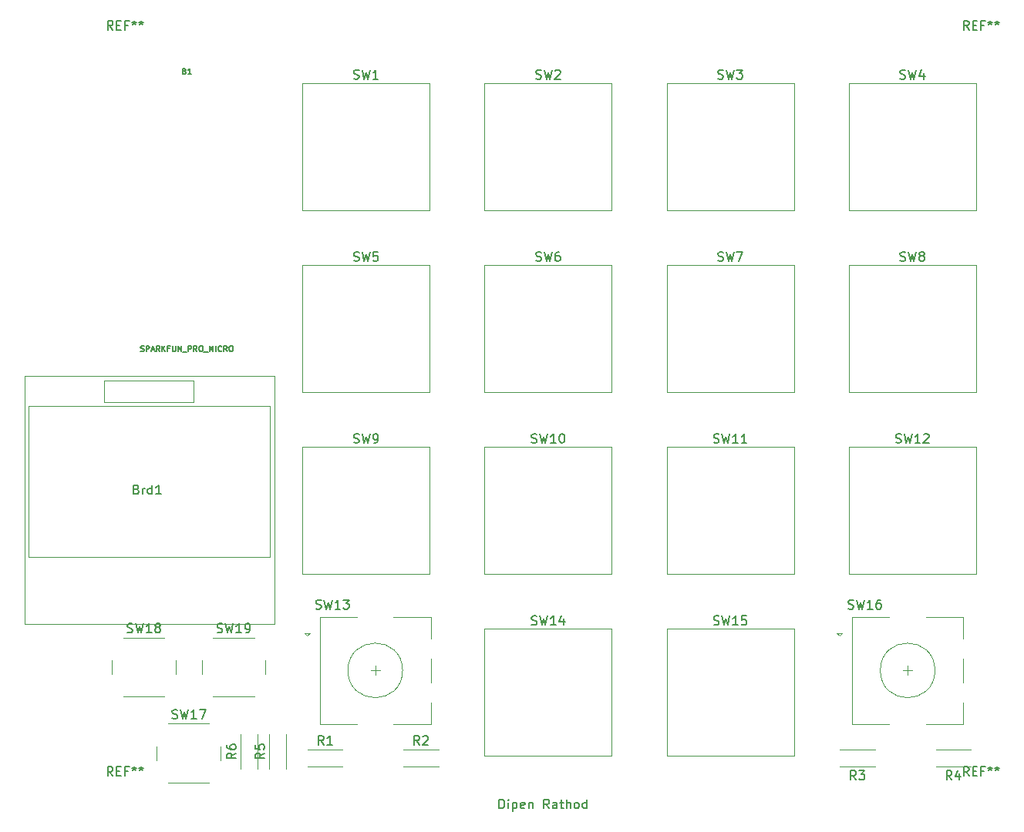
<source format=gbr>
%TF.GenerationSoftware,KiCad,Pcbnew,(5.1.6)-1*%
%TF.CreationDate,2021-03-20T19:14:11-04:00*%
%TF.ProjectId,MacroKeyboard2RotaryEncoders_Mech_with_profiles,4d616372-6f4b-4657-9962-6f6172643252,rev?*%
%TF.SameCoordinates,Original*%
%TF.FileFunction,Legend,Top*%
%TF.FilePolarity,Positive*%
%FSLAX46Y46*%
G04 Gerber Fmt 4.6, Leading zero omitted, Abs format (unit mm)*
G04 Created by KiCad (PCBNEW (5.1.6)-1) date 2021-03-20 19:14:11*
%MOMM*%
%LPD*%
G01*
G04 APERTURE LIST*
%ADD10C,0.150000*%
%ADD11C,0.120000*%
%ADD12C,0.127000*%
G04 APERTURE END LIST*
D10*
X100092476Y-125826780D02*
X100092476Y-124826780D01*
X100330571Y-124826780D01*
X100473428Y-124874400D01*
X100568666Y-124969638D01*
X100616285Y-125064876D01*
X100663904Y-125255352D01*
X100663904Y-125398209D01*
X100616285Y-125588685D01*
X100568666Y-125683923D01*
X100473428Y-125779161D01*
X100330571Y-125826780D01*
X100092476Y-125826780D01*
X101092476Y-125826780D02*
X101092476Y-125160114D01*
X101092476Y-124826780D02*
X101044857Y-124874400D01*
X101092476Y-124922019D01*
X101140095Y-124874400D01*
X101092476Y-124826780D01*
X101092476Y-124922019D01*
X101568666Y-125160114D02*
X101568666Y-126160114D01*
X101568666Y-125207733D02*
X101663904Y-125160114D01*
X101854380Y-125160114D01*
X101949619Y-125207733D01*
X101997238Y-125255352D01*
X102044857Y-125350590D01*
X102044857Y-125636304D01*
X101997238Y-125731542D01*
X101949619Y-125779161D01*
X101854380Y-125826780D01*
X101663904Y-125826780D01*
X101568666Y-125779161D01*
X102854380Y-125779161D02*
X102759142Y-125826780D01*
X102568666Y-125826780D01*
X102473428Y-125779161D01*
X102425809Y-125683923D01*
X102425809Y-125302971D01*
X102473428Y-125207733D01*
X102568666Y-125160114D01*
X102759142Y-125160114D01*
X102854380Y-125207733D01*
X102902000Y-125302971D01*
X102902000Y-125398209D01*
X102425809Y-125493447D01*
X103330571Y-125160114D02*
X103330571Y-125826780D01*
X103330571Y-125255352D02*
X103378190Y-125207733D01*
X103473428Y-125160114D01*
X103616285Y-125160114D01*
X103711523Y-125207733D01*
X103759142Y-125302971D01*
X103759142Y-125826780D01*
X105568666Y-125826780D02*
X105235333Y-125350590D01*
X104997238Y-125826780D02*
X104997238Y-124826780D01*
X105378190Y-124826780D01*
X105473428Y-124874400D01*
X105521047Y-124922019D01*
X105568666Y-125017257D01*
X105568666Y-125160114D01*
X105521047Y-125255352D01*
X105473428Y-125302971D01*
X105378190Y-125350590D01*
X104997238Y-125350590D01*
X106425809Y-125826780D02*
X106425809Y-125302971D01*
X106378190Y-125207733D01*
X106282952Y-125160114D01*
X106092476Y-125160114D01*
X105997238Y-125207733D01*
X106425809Y-125779161D02*
X106330571Y-125826780D01*
X106092476Y-125826780D01*
X105997238Y-125779161D01*
X105949619Y-125683923D01*
X105949619Y-125588685D01*
X105997238Y-125493447D01*
X106092476Y-125445828D01*
X106330571Y-125445828D01*
X106425809Y-125398209D01*
X106759142Y-125160114D02*
X107140095Y-125160114D01*
X106902000Y-124826780D02*
X106902000Y-125683923D01*
X106949619Y-125779161D01*
X107044857Y-125826780D01*
X107140095Y-125826780D01*
X107473428Y-125826780D02*
X107473428Y-124826780D01*
X107902000Y-125826780D02*
X107902000Y-125302971D01*
X107854380Y-125207733D01*
X107759142Y-125160114D01*
X107616285Y-125160114D01*
X107521047Y-125207733D01*
X107473428Y-125255352D01*
X108521047Y-125826780D02*
X108425809Y-125779161D01*
X108378190Y-125731542D01*
X108330571Y-125636304D01*
X108330571Y-125350590D01*
X108378190Y-125255352D01*
X108425809Y-125207733D01*
X108521047Y-125160114D01*
X108663904Y-125160114D01*
X108759142Y-125207733D01*
X108806761Y-125255352D01*
X108854380Y-125350590D01*
X108854380Y-125636304D01*
X108806761Y-125731542D01*
X108759142Y-125779161D01*
X108663904Y-125826780D01*
X108521047Y-125826780D01*
X109711523Y-125826780D02*
X109711523Y-124826780D01*
X109711523Y-125779161D02*
X109616285Y-125826780D01*
X109425809Y-125826780D01*
X109330571Y-125779161D01*
X109282952Y-125731542D01*
X109235333Y-125636304D01*
X109235333Y-125350590D01*
X109282952Y-125255352D01*
X109330571Y-125207733D01*
X109425809Y-125160114D01*
X109616285Y-125160114D01*
X109711523Y-125207733D01*
D11*
%TO.C,Brd1*%
X74879200Y-81559400D02*
X74625200Y-81571400D01*
X74879200Y-98196400D02*
X74879200Y-81559400D01*
X71539200Y-98171400D02*
X74879200Y-98196400D01*
X71539200Y-81571400D02*
X74625200Y-81571400D01*
X56718200Y-78765400D02*
X56718200Y-81178400D01*
X66497200Y-81178400D02*
X56718200Y-81178400D01*
X66497200Y-78765400D02*
X66497200Y-81178400D01*
X56718200Y-78765400D02*
X66497200Y-78765400D01*
X48439200Y-81571400D02*
X71539200Y-81571400D01*
X48439200Y-98171400D02*
X48439200Y-81571400D01*
X71539200Y-98171400D02*
X48439200Y-98171400D01*
X48017200Y-105576400D02*
X48017200Y-78276400D01*
X75417200Y-105576400D02*
X48017200Y-105576400D01*
X75417200Y-78276400D02*
X75417200Y-105576400D01*
X48017200Y-78276400D02*
X75417200Y-78276400D01*
%TO.C,R1*%
X79058400Y-121224800D02*
X82898400Y-121224800D01*
X79058400Y-119384800D02*
X82898400Y-119384800D01*
%TO.C,R2*%
X89579600Y-119386400D02*
X93419600Y-119386400D01*
X89579600Y-121226400D02*
X93419600Y-121226400D01*
%TO.C,R3*%
X141352999Y-119378599D02*
X137512999Y-119378599D01*
X141352999Y-121218599D02*
X137512999Y-121218599D01*
%TO.C,R4*%
X151871600Y-121221200D02*
X148031600Y-121221200D01*
X151871600Y-119381200D02*
X148031600Y-119381200D01*
%TO.C,R5*%
X76703801Y-121490999D02*
X76703801Y-117650999D01*
X74863801Y-121490999D02*
X74863801Y-117650999D01*
%TO.C,R6*%
X71713801Y-121490999D02*
X71713801Y-117650999D01*
X73553801Y-121490999D02*
X73553801Y-117650999D01*
%TO.C,SW1*%
X78475000Y-60065000D02*
X78475000Y-46095000D01*
X92445000Y-60065000D02*
X78475000Y-60065000D01*
X92445000Y-46095000D02*
X92445000Y-60065000D01*
X78475000Y-46095000D02*
X92445000Y-46095000D01*
%TO.C,SW2*%
X98475000Y-46095000D02*
X112445000Y-46095000D01*
X112445000Y-46095000D02*
X112445000Y-60065000D01*
X112445000Y-60065000D02*
X98475000Y-60065000D01*
X98475000Y-60065000D02*
X98475000Y-46095000D01*
%TO.C,SW3*%
X118475000Y-60065000D02*
X118475000Y-46095000D01*
X132445000Y-60065000D02*
X118475000Y-60065000D01*
X132445000Y-46095000D02*
X132445000Y-60065000D01*
X118475000Y-46095000D02*
X132445000Y-46095000D01*
%TO.C,SW4*%
X138475000Y-60065000D02*
X138475000Y-46095000D01*
X152445000Y-60065000D02*
X138475000Y-60065000D01*
X152445000Y-46095000D02*
X152445000Y-60065000D01*
X138475000Y-46095000D02*
X152445000Y-46095000D01*
%TO.C,SW5*%
X78475000Y-80065000D02*
X78475000Y-66095000D01*
X92445000Y-80065000D02*
X78475000Y-80065000D01*
X92445000Y-66095000D02*
X92445000Y-80065000D01*
X78475000Y-66095000D02*
X92445000Y-66095000D01*
%TO.C,SW6*%
X98475000Y-66095000D02*
X112445000Y-66095000D01*
X112445000Y-66095000D02*
X112445000Y-80065000D01*
X112445000Y-80065000D02*
X98475000Y-80065000D01*
X98475000Y-80065000D02*
X98475000Y-66095000D01*
%TO.C,SW7*%
X118475000Y-66095000D02*
X132445000Y-66095000D01*
X132445000Y-66095000D02*
X132445000Y-80065000D01*
X132445000Y-80065000D02*
X118475000Y-80065000D01*
X118475000Y-80065000D02*
X118475000Y-66095000D01*
%TO.C,SW8*%
X138475000Y-66095000D02*
X152445000Y-66095000D01*
X152445000Y-66095000D02*
X152445000Y-80065000D01*
X152445000Y-80065000D02*
X138475000Y-80065000D01*
X138475000Y-80065000D02*
X138475000Y-66095000D01*
%TO.C,SW9*%
X78475000Y-86095000D02*
X92445000Y-86095000D01*
X92445000Y-86095000D02*
X92445000Y-100065000D01*
X92445000Y-100065000D02*
X78475000Y-100065000D01*
X78475000Y-100065000D02*
X78475000Y-86095000D01*
%TO.C,SW10*%
X98475000Y-100065000D02*
X98475000Y-86095000D01*
X112445000Y-100065000D02*
X98475000Y-100065000D01*
X112445000Y-86095000D02*
X112445000Y-100065000D01*
X98475000Y-86095000D02*
X112445000Y-86095000D01*
%TO.C,SW11*%
X118475000Y-86095000D02*
X132445000Y-86095000D01*
X132445000Y-86095000D02*
X132445000Y-100065000D01*
X132445000Y-100065000D02*
X118475000Y-100065000D01*
X118475000Y-100065000D02*
X118475000Y-86095000D01*
%TO.C,SW12*%
X138475000Y-100065000D02*
X138475000Y-86095000D01*
X152445000Y-100065000D02*
X138475000Y-100065000D01*
X152445000Y-86095000D02*
X152445000Y-100065000D01*
X138475000Y-86095000D02*
X152445000Y-86095000D01*
%TO.C,SW13*%
X85984800Y-110651600D02*
X86984800Y-110651600D01*
X86484800Y-110151600D02*
X86484800Y-111151600D01*
X92584800Y-114151600D02*
X92584800Y-116551600D01*
X92584800Y-109351600D02*
X92584800Y-111951600D01*
X92584800Y-104751600D02*
X92584800Y-107151600D01*
X79284800Y-106551600D02*
X78984800Y-106851600D01*
X78684800Y-106551600D02*
X79284800Y-106551600D01*
X78984800Y-106851600D02*
X78684800Y-106551600D01*
X80384800Y-104751600D02*
X80384800Y-116551600D01*
X84484800Y-104751600D02*
X80384800Y-104751600D01*
X84484800Y-116551600D02*
X80384800Y-116551600D01*
X92584800Y-116551600D02*
X88484800Y-116551600D01*
X88484800Y-104751600D02*
X92584800Y-104751600D01*
X89484800Y-110651600D02*
G75*
G03*
X89484800Y-110651600I-3000000J0D01*
G01*
%TO.C,SW14*%
X98475000Y-120065000D02*
X98475000Y-106095000D01*
X112445000Y-120065000D02*
X98475000Y-120065000D01*
X112445000Y-106095000D02*
X112445000Y-120065000D01*
X98475000Y-106095000D02*
X112445000Y-106095000D01*
%TO.C,SW15*%
X118475000Y-106095000D02*
X132445000Y-106095000D01*
X132445000Y-106095000D02*
X132445000Y-120065000D01*
X132445000Y-120065000D02*
X118475000Y-120065000D01*
X118475000Y-120065000D02*
X118475000Y-106095000D01*
%TO.C,SW16*%
X147938800Y-110651600D02*
G75*
G03*
X147938800Y-110651600I-3000000J0D01*
G01*
X146938800Y-104751600D02*
X151038800Y-104751600D01*
X151038800Y-116551600D02*
X146938800Y-116551600D01*
X142938800Y-116551600D02*
X138838800Y-116551600D01*
X142938800Y-104751600D02*
X138838800Y-104751600D01*
X138838800Y-104751600D02*
X138838800Y-116551600D01*
X137438800Y-106851600D02*
X137138800Y-106551600D01*
X137138800Y-106551600D02*
X137738800Y-106551600D01*
X137738800Y-106551600D02*
X137438800Y-106851600D01*
X151038800Y-104751600D02*
X151038800Y-107151600D01*
X151038800Y-109351600D02*
X151038800Y-111951600D01*
X151038800Y-114151600D02*
X151038800Y-116551600D01*
X144938800Y-110151600D02*
X144938800Y-111151600D01*
X144438800Y-110651600D02*
X145438800Y-110651600D01*
%TO.C,SW17*%
X63750600Y-123000400D02*
X68250600Y-123000400D01*
X62500600Y-119000400D02*
X62500600Y-120500400D01*
X68250600Y-116500400D02*
X63750600Y-116500400D01*
X69500600Y-120500400D02*
X69500600Y-119000400D01*
%TO.C,SW18*%
X64580400Y-111051600D02*
X64580400Y-109551600D01*
X63330400Y-107051600D02*
X58830400Y-107051600D01*
X57580400Y-109551600D02*
X57580400Y-111051600D01*
X58830400Y-113551600D02*
X63330400Y-113551600D01*
%TO.C,SW19*%
X68680000Y-113552400D02*
X73180000Y-113552400D01*
X67430000Y-109552400D02*
X67430000Y-111052400D01*
X73180000Y-107052400D02*
X68680000Y-107052400D01*
X74430000Y-111052400D02*
X74430000Y-109552400D01*
%TO.C,REF\u002A\u002A*%
D10*
X151669866Y-40253980D02*
X151336533Y-39777790D01*
X151098438Y-40253980D02*
X151098438Y-39253980D01*
X151479390Y-39253980D01*
X151574628Y-39301600D01*
X151622247Y-39349219D01*
X151669866Y-39444457D01*
X151669866Y-39587314D01*
X151622247Y-39682552D01*
X151574628Y-39730171D01*
X151479390Y-39777790D01*
X151098438Y-39777790D01*
X152098438Y-39730171D02*
X152431771Y-39730171D01*
X152574628Y-40253980D02*
X152098438Y-40253980D01*
X152098438Y-39253980D01*
X152574628Y-39253980D01*
X153336533Y-39730171D02*
X153003200Y-39730171D01*
X153003200Y-40253980D02*
X153003200Y-39253980D01*
X153479390Y-39253980D01*
X154003200Y-39253980D02*
X154003200Y-39492076D01*
X153765104Y-39396838D02*
X154003200Y-39492076D01*
X154241295Y-39396838D01*
X153860342Y-39682552D02*
X154003200Y-39492076D01*
X154146057Y-39682552D01*
X154765104Y-39253980D02*
X154765104Y-39492076D01*
X154527009Y-39396838D02*
X154765104Y-39492076D01*
X155003200Y-39396838D01*
X154622247Y-39682552D02*
X154765104Y-39492076D01*
X154907961Y-39682552D01*
X57668266Y-40249580D02*
X57334933Y-39773390D01*
X57096838Y-40249580D02*
X57096838Y-39249580D01*
X57477790Y-39249580D01*
X57573028Y-39297200D01*
X57620647Y-39344819D01*
X57668266Y-39440057D01*
X57668266Y-39582914D01*
X57620647Y-39678152D01*
X57573028Y-39725771D01*
X57477790Y-39773390D01*
X57096838Y-39773390D01*
X58096838Y-39725771D02*
X58430171Y-39725771D01*
X58573028Y-40249580D02*
X58096838Y-40249580D01*
X58096838Y-39249580D01*
X58573028Y-39249580D01*
X59334933Y-39725771D02*
X59001600Y-39725771D01*
X59001600Y-40249580D02*
X59001600Y-39249580D01*
X59477790Y-39249580D01*
X60001600Y-39249580D02*
X60001600Y-39487676D01*
X59763504Y-39392438D02*
X60001600Y-39487676D01*
X60239695Y-39392438D01*
X59858742Y-39678152D02*
X60001600Y-39487676D01*
X60144457Y-39678152D01*
X60763504Y-39249580D02*
X60763504Y-39487676D01*
X60525409Y-39392438D02*
X60763504Y-39487676D01*
X61001600Y-39392438D01*
X60620647Y-39678152D02*
X60763504Y-39487676D01*
X60906361Y-39678152D01*
X57665466Y-122251180D02*
X57332133Y-121774990D01*
X57094038Y-122251180D02*
X57094038Y-121251180D01*
X57474990Y-121251180D01*
X57570228Y-121298800D01*
X57617847Y-121346419D01*
X57665466Y-121441657D01*
X57665466Y-121584514D01*
X57617847Y-121679752D01*
X57570228Y-121727371D01*
X57474990Y-121774990D01*
X57094038Y-121774990D01*
X58094038Y-121727371D02*
X58427371Y-121727371D01*
X58570228Y-122251180D02*
X58094038Y-122251180D01*
X58094038Y-121251180D01*
X58570228Y-121251180D01*
X59332133Y-121727371D02*
X58998800Y-121727371D01*
X58998800Y-122251180D02*
X58998800Y-121251180D01*
X59474990Y-121251180D01*
X59998800Y-121251180D02*
X59998800Y-121489276D01*
X59760704Y-121394038D02*
X59998800Y-121489276D01*
X60236895Y-121394038D01*
X59855942Y-121679752D02*
X59998800Y-121489276D01*
X60141657Y-121679752D01*
X60760704Y-121251180D02*
X60760704Y-121489276D01*
X60522609Y-121394038D02*
X60760704Y-121489276D01*
X60998800Y-121394038D01*
X60617847Y-121679752D02*
X60760704Y-121489276D01*
X60903561Y-121679752D01*
X151669066Y-122248780D02*
X151335733Y-121772590D01*
X151097638Y-122248780D02*
X151097638Y-121248780D01*
X151478590Y-121248780D01*
X151573828Y-121296400D01*
X151621447Y-121344019D01*
X151669066Y-121439257D01*
X151669066Y-121582114D01*
X151621447Y-121677352D01*
X151573828Y-121724971D01*
X151478590Y-121772590D01*
X151097638Y-121772590D01*
X152097638Y-121724971D02*
X152430971Y-121724971D01*
X152573828Y-122248780D02*
X152097638Y-122248780D01*
X152097638Y-121248780D01*
X152573828Y-121248780D01*
X153335733Y-121724971D02*
X153002400Y-121724971D01*
X153002400Y-122248780D02*
X153002400Y-121248780D01*
X153478590Y-121248780D01*
X154002400Y-121248780D02*
X154002400Y-121486876D01*
X153764304Y-121391638D02*
X154002400Y-121486876D01*
X154240495Y-121391638D01*
X153859542Y-121677352D02*
X154002400Y-121486876D01*
X154145257Y-121677352D01*
X154764304Y-121248780D02*
X154764304Y-121486876D01*
X154526209Y-121391638D02*
X154764304Y-121486876D01*
X155002400Y-121391638D01*
X154621447Y-121677352D02*
X154764304Y-121486876D01*
X154907161Y-121677352D01*
%TO.C,B1*%
D12*
X65543257Y-44782857D02*
X65630342Y-44811885D01*
X65659371Y-44840914D01*
X65688400Y-44898971D01*
X65688400Y-44986057D01*
X65659371Y-45044114D01*
X65630342Y-45073142D01*
X65572285Y-45102171D01*
X65340057Y-45102171D01*
X65340057Y-44492571D01*
X65543257Y-44492571D01*
X65601314Y-44521600D01*
X65630342Y-44550628D01*
X65659371Y-44608685D01*
X65659371Y-44666742D01*
X65630342Y-44724800D01*
X65601314Y-44753828D01*
X65543257Y-44782857D01*
X65340057Y-44782857D01*
X66268971Y-45102171D02*
X65920628Y-45102171D01*
X66094800Y-45102171D02*
X66094800Y-44492571D01*
X66036742Y-44579657D01*
X65978685Y-44637714D01*
X65920628Y-44666742D01*
X60724514Y-75553142D02*
X60811600Y-75582171D01*
X60956742Y-75582171D01*
X61014800Y-75553142D01*
X61043828Y-75524114D01*
X61072857Y-75466057D01*
X61072857Y-75408000D01*
X61043828Y-75349942D01*
X61014800Y-75320914D01*
X60956742Y-75291885D01*
X60840628Y-75262857D01*
X60782571Y-75233828D01*
X60753542Y-75204800D01*
X60724514Y-75146742D01*
X60724514Y-75088685D01*
X60753542Y-75030628D01*
X60782571Y-75001600D01*
X60840628Y-74972571D01*
X60985771Y-74972571D01*
X61072857Y-75001600D01*
X61334114Y-75582171D02*
X61334114Y-74972571D01*
X61566342Y-74972571D01*
X61624400Y-75001600D01*
X61653428Y-75030628D01*
X61682457Y-75088685D01*
X61682457Y-75175771D01*
X61653428Y-75233828D01*
X61624400Y-75262857D01*
X61566342Y-75291885D01*
X61334114Y-75291885D01*
X61914685Y-75408000D02*
X62204971Y-75408000D01*
X61856628Y-75582171D02*
X62059828Y-74972571D01*
X62263028Y-75582171D01*
X62814571Y-75582171D02*
X62611371Y-75291885D01*
X62466228Y-75582171D02*
X62466228Y-74972571D01*
X62698457Y-74972571D01*
X62756514Y-75001600D01*
X62785542Y-75030628D01*
X62814571Y-75088685D01*
X62814571Y-75175771D01*
X62785542Y-75233828D01*
X62756514Y-75262857D01*
X62698457Y-75291885D01*
X62466228Y-75291885D01*
X63075828Y-75582171D02*
X63075828Y-74972571D01*
X63424171Y-75582171D02*
X63162914Y-75233828D01*
X63424171Y-74972571D02*
X63075828Y-75320914D01*
X63888628Y-75262857D02*
X63685428Y-75262857D01*
X63685428Y-75582171D02*
X63685428Y-74972571D01*
X63975714Y-74972571D01*
X64207942Y-74972571D02*
X64207942Y-75466057D01*
X64236971Y-75524114D01*
X64266000Y-75553142D01*
X64324057Y-75582171D01*
X64440171Y-75582171D01*
X64498228Y-75553142D01*
X64527257Y-75524114D01*
X64556285Y-75466057D01*
X64556285Y-74972571D01*
X64846571Y-75582171D02*
X64846571Y-74972571D01*
X65194914Y-75582171D01*
X65194914Y-74972571D01*
X65340057Y-75640228D02*
X65804514Y-75640228D01*
X65949657Y-75582171D02*
X65949657Y-74972571D01*
X66181885Y-74972571D01*
X66239942Y-75001600D01*
X66268971Y-75030628D01*
X66298000Y-75088685D01*
X66298000Y-75175771D01*
X66268971Y-75233828D01*
X66239942Y-75262857D01*
X66181885Y-75291885D01*
X65949657Y-75291885D01*
X66907600Y-75582171D02*
X66704400Y-75291885D01*
X66559257Y-75582171D02*
X66559257Y-74972571D01*
X66791485Y-74972571D01*
X66849542Y-75001600D01*
X66878571Y-75030628D01*
X66907600Y-75088685D01*
X66907600Y-75175771D01*
X66878571Y-75233828D01*
X66849542Y-75262857D01*
X66791485Y-75291885D01*
X66559257Y-75291885D01*
X67284971Y-74972571D02*
X67401085Y-74972571D01*
X67459142Y-75001600D01*
X67517200Y-75059657D01*
X67546228Y-75175771D01*
X67546228Y-75378971D01*
X67517200Y-75495085D01*
X67459142Y-75553142D01*
X67401085Y-75582171D01*
X67284971Y-75582171D01*
X67226914Y-75553142D01*
X67168857Y-75495085D01*
X67139828Y-75378971D01*
X67139828Y-75175771D01*
X67168857Y-75059657D01*
X67226914Y-75001600D01*
X67284971Y-74972571D01*
X67662342Y-75640228D02*
X68126800Y-75640228D01*
X68271942Y-75582171D02*
X68271942Y-74972571D01*
X68475142Y-75408000D01*
X68678342Y-74972571D01*
X68678342Y-75582171D01*
X68968628Y-75582171D02*
X68968628Y-74972571D01*
X69607257Y-75524114D02*
X69578228Y-75553142D01*
X69491142Y-75582171D01*
X69433085Y-75582171D01*
X69346000Y-75553142D01*
X69287942Y-75495085D01*
X69258914Y-75437028D01*
X69229885Y-75320914D01*
X69229885Y-75233828D01*
X69258914Y-75117714D01*
X69287942Y-75059657D01*
X69346000Y-75001600D01*
X69433085Y-74972571D01*
X69491142Y-74972571D01*
X69578228Y-75001600D01*
X69607257Y-75030628D01*
X70216857Y-75582171D02*
X70013657Y-75291885D01*
X69868514Y-75582171D02*
X69868514Y-74972571D01*
X70100742Y-74972571D01*
X70158800Y-75001600D01*
X70187828Y-75030628D01*
X70216857Y-75088685D01*
X70216857Y-75175771D01*
X70187828Y-75233828D01*
X70158800Y-75262857D01*
X70100742Y-75291885D01*
X69868514Y-75291885D01*
X70594228Y-74972571D02*
X70710342Y-74972571D01*
X70768400Y-75001600D01*
X70826457Y-75059657D01*
X70855485Y-75175771D01*
X70855485Y-75378971D01*
X70826457Y-75495085D01*
X70768400Y-75553142D01*
X70710342Y-75582171D01*
X70594228Y-75582171D01*
X70536171Y-75553142D01*
X70478114Y-75495085D01*
X70449085Y-75378971D01*
X70449085Y-75175771D01*
X70478114Y-75059657D01*
X70536171Y-75001600D01*
X70594228Y-74972571D01*
%TO.C,Brd1*%
D10*
X60250533Y-90758971D02*
X60393390Y-90806590D01*
X60441009Y-90854209D01*
X60488628Y-90949447D01*
X60488628Y-91092304D01*
X60441009Y-91187542D01*
X60393390Y-91235161D01*
X60298152Y-91282780D01*
X59917200Y-91282780D01*
X59917200Y-90282780D01*
X60250533Y-90282780D01*
X60345771Y-90330400D01*
X60393390Y-90378019D01*
X60441009Y-90473257D01*
X60441009Y-90568495D01*
X60393390Y-90663733D01*
X60345771Y-90711352D01*
X60250533Y-90758971D01*
X59917200Y-90758971D01*
X60917200Y-91282780D02*
X60917200Y-90616114D01*
X60917200Y-90806590D02*
X60964819Y-90711352D01*
X61012438Y-90663733D01*
X61107676Y-90616114D01*
X61202914Y-90616114D01*
X61964819Y-91282780D02*
X61964819Y-90282780D01*
X61964819Y-91235161D02*
X61869580Y-91282780D01*
X61679104Y-91282780D01*
X61583866Y-91235161D01*
X61536247Y-91187542D01*
X61488628Y-91092304D01*
X61488628Y-90806590D01*
X61536247Y-90711352D01*
X61583866Y-90663733D01*
X61679104Y-90616114D01*
X61869580Y-90616114D01*
X61964819Y-90663733D01*
X62964819Y-91282780D02*
X62393390Y-91282780D01*
X62679104Y-91282780D02*
X62679104Y-90282780D01*
X62583866Y-90425638D01*
X62488628Y-90520876D01*
X62393390Y-90568495D01*
%TO.C,R1*%
X80811733Y-118837180D02*
X80478400Y-118360990D01*
X80240304Y-118837180D02*
X80240304Y-117837180D01*
X80621257Y-117837180D01*
X80716495Y-117884800D01*
X80764114Y-117932419D01*
X80811733Y-118027657D01*
X80811733Y-118170514D01*
X80764114Y-118265752D01*
X80716495Y-118313371D01*
X80621257Y-118360990D01*
X80240304Y-118360990D01*
X81764114Y-118837180D02*
X81192685Y-118837180D01*
X81478400Y-118837180D02*
X81478400Y-117837180D01*
X81383161Y-117980038D01*
X81287923Y-118075276D01*
X81192685Y-118122895D01*
%TO.C,R2*%
X91332933Y-118838780D02*
X90999600Y-118362590D01*
X90761504Y-118838780D02*
X90761504Y-117838780D01*
X91142457Y-117838780D01*
X91237695Y-117886400D01*
X91285314Y-117934019D01*
X91332933Y-118029257D01*
X91332933Y-118172114D01*
X91285314Y-118267352D01*
X91237695Y-118314971D01*
X91142457Y-118362590D01*
X90761504Y-118362590D01*
X91713885Y-117934019D02*
X91761504Y-117886400D01*
X91856742Y-117838780D01*
X92094838Y-117838780D01*
X92190076Y-117886400D01*
X92237695Y-117934019D01*
X92285314Y-118029257D01*
X92285314Y-118124495D01*
X92237695Y-118267352D01*
X91666266Y-118838780D01*
X92285314Y-118838780D01*
%TO.C,R3*%
X139266332Y-122670979D02*
X138932999Y-122194789D01*
X138694903Y-122670979D02*
X138694903Y-121670979D01*
X139075856Y-121670979D01*
X139171094Y-121718599D01*
X139218713Y-121766218D01*
X139266332Y-121861456D01*
X139266332Y-122004313D01*
X139218713Y-122099551D01*
X139171094Y-122147170D01*
X139075856Y-122194789D01*
X138694903Y-122194789D01*
X139599665Y-121670979D02*
X140218713Y-121670979D01*
X139885379Y-122051932D01*
X140028237Y-122051932D01*
X140123475Y-122099551D01*
X140171094Y-122147170D01*
X140218713Y-122242408D01*
X140218713Y-122480503D01*
X140171094Y-122575741D01*
X140123475Y-122623360D01*
X140028237Y-122670979D01*
X139742522Y-122670979D01*
X139647284Y-122623360D01*
X139599665Y-122575741D01*
%TO.C,R4*%
X149784933Y-122673580D02*
X149451600Y-122197390D01*
X149213504Y-122673580D02*
X149213504Y-121673580D01*
X149594457Y-121673580D01*
X149689695Y-121721200D01*
X149737314Y-121768819D01*
X149784933Y-121864057D01*
X149784933Y-122006914D01*
X149737314Y-122102152D01*
X149689695Y-122149771D01*
X149594457Y-122197390D01*
X149213504Y-122197390D01*
X150642076Y-122006914D02*
X150642076Y-122673580D01*
X150403980Y-121625961D02*
X150165885Y-122340247D01*
X150784933Y-122340247D01*
%TO.C,R5*%
X74316181Y-119737665D02*
X73839991Y-120070999D01*
X74316181Y-120309094D02*
X73316181Y-120309094D01*
X73316181Y-119928141D01*
X73363801Y-119832903D01*
X73411420Y-119785284D01*
X73506658Y-119737665D01*
X73649515Y-119737665D01*
X73744753Y-119785284D01*
X73792372Y-119832903D01*
X73839991Y-119928141D01*
X73839991Y-120309094D01*
X73316181Y-118832903D02*
X73316181Y-119309094D01*
X73792372Y-119356713D01*
X73744753Y-119309094D01*
X73697134Y-119213856D01*
X73697134Y-118975760D01*
X73744753Y-118880522D01*
X73792372Y-118832903D01*
X73887610Y-118785284D01*
X74125705Y-118785284D01*
X74220943Y-118832903D01*
X74268562Y-118880522D01*
X74316181Y-118975760D01*
X74316181Y-119213856D01*
X74268562Y-119309094D01*
X74220943Y-119356713D01*
%TO.C,R6*%
X71166181Y-119737665D02*
X70689991Y-120070999D01*
X71166181Y-120309094D02*
X70166181Y-120309094D01*
X70166181Y-119928141D01*
X70213801Y-119832903D01*
X70261420Y-119785284D01*
X70356658Y-119737665D01*
X70499515Y-119737665D01*
X70594753Y-119785284D01*
X70642372Y-119832903D01*
X70689991Y-119928141D01*
X70689991Y-120309094D01*
X70166181Y-118880522D02*
X70166181Y-119070999D01*
X70213801Y-119166237D01*
X70261420Y-119213856D01*
X70404277Y-119309094D01*
X70594753Y-119356713D01*
X70975705Y-119356713D01*
X71070943Y-119309094D01*
X71118562Y-119261475D01*
X71166181Y-119166237D01*
X71166181Y-118975760D01*
X71118562Y-118880522D01*
X71070943Y-118832903D01*
X70975705Y-118785284D01*
X70737610Y-118785284D01*
X70642372Y-118832903D01*
X70594753Y-118880522D01*
X70547134Y-118975760D01*
X70547134Y-119166237D01*
X70594753Y-119261475D01*
X70642372Y-119309094D01*
X70737610Y-119356713D01*
%TO.C,SW1*%
X84126666Y-45610761D02*
X84269523Y-45658380D01*
X84507619Y-45658380D01*
X84602857Y-45610761D01*
X84650476Y-45563142D01*
X84698095Y-45467904D01*
X84698095Y-45372666D01*
X84650476Y-45277428D01*
X84602857Y-45229809D01*
X84507619Y-45182190D01*
X84317142Y-45134571D01*
X84221904Y-45086952D01*
X84174285Y-45039333D01*
X84126666Y-44944095D01*
X84126666Y-44848857D01*
X84174285Y-44753619D01*
X84221904Y-44706000D01*
X84317142Y-44658380D01*
X84555238Y-44658380D01*
X84698095Y-44706000D01*
X85031428Y-44658380D02*
X85269523Y-45658380D01*
X85460000Y-44944095D01*
X85650476Y-45658380D01*
X85888571Y-44658380D01*
X86793333Y-45658380D02*
X86221904Y-45658380D01*
X86507619Y-45658380D02*
X86507619Y-44658380D01*
X86412380Y-44801238D01*
X86317142Y-44896476D01*
X86221904Y-44944095D01*
%TO.C,SW2*%
X104126666Y-45610761D02*
X104269523Y-45658380D01*
X104507619Y-45658380D01*
X104602857Y-45610761D01*
X104650476Y-45563142D01*
X104698095Y-45467904D01*
X104698095Y-45372666D01*
X104650476Y-45277428D01*
X104602857Y-45229809D01*
X104507619Y-45182190D01*
X104317142Y-45134571D01*
X104221904Y-45086952D01*
X104174285Y-45039333D01*
X104126666Y-44944095D01*
X104126666Y-44848857D01*
X104174285Y-44753619D01*
X104221904Y-44706000D01*
X104317142Y-44658380D01*
X104555238Y-44658380D01*
X104698095Y-44706000D01*
X105031428Y-44658380D02*
X105269523Y-45658380D01*
X105460000Y-44944095D01*
X105650476Y-45658380D01*
X105888571Y-44658380D01*
X106221904Y-44753619D02*
X106269523Y-44706000D01*
X106364761Y-44658380D01*
X106602857Y-44658380D01*
X106698095Y-44706000D01*
X106745714Y-44753619D01*
X106793333Y-44848857D01*
X106793333Y-44944095D01*
X106745714Y-45086952D01*
X106174285Y-45658380D01*
X106793333Y-45658380D01*
%TO.C,SW3*%
X124126666Y-45610761D02*
X124269523Y-45658380D01*
X124507619Y-45658380D01*
X124602857Y-45610761D01*
X124650476Y-45563142D01*
X124698095Y-45467904D01*
X124698095Y-45372666D01*
X124650476Y-45277428D01*
X124602857Y-45229809D01*
X124507619Y-45182190D01*
X124317142Y-45134571D01*
X124221904Y-45086952D01*
X124174285Y-45039333D01*
X124126666Y-44944095D01*
X124126666Y-44848857D01*
X124174285Y-44753619D01*
X124221904Y-44706000D01*
X124317142Y-44658380D01*
X124555238Y-44658380D01*
X124698095Y-44706000D01*
X125031428Y-44658380D02*
X125269523Y-45658380D01*
X125460000Y-44944095D01*
X125650476Y-45658380D01*
X125888571Y-44658380D01*
X126174285Y-44658380D02*
X126793333Y-44658380D01*
X126460000Y-45039333D01*
X126602857Y-45039333D01*
X126698095Y-45086952D01*
X126745714Y-45134571D01*
X126793333Y-45229809D01*
X126793333Y-45467904D01*
X126745714Y-45563142D01*
X126698095Y-45610761D01*
X126602857Y-45658380D01*
X126317142Y-45658380D01*
X126221904Y-45610761D01*
X126174285Y-45563142D01*
%TO.C,SW4*%
X144126666Y-45610761D02*
X144269523Y-45658380D01*
X144507619Y-45658380D01*
X144602857Y-45610761D01*
X144650476Y-45563142D01*
X144698095Y-45467904D01*
X144698095Y-45372666D01*
X144650476Y-45277428D01*
X144602857Y-45229809D01*
X144507619Y-45182190D01*
X144317142Y-45134571D01*
X144221904Y-45086952D01*
X144174285Y-45039333D01*
X144126666Y-44944095D01*
X144126666Y-44848857D01*
X144174285Y-44753619D01*
X144221904Y-44706000D01*
X144317142Y-44658380D01*
X144555238Y-44658380D01*
X144698095Y-44706000D01*
X145031428Y-44658380D02*
X145269523Y-45658380D01*
X145460000Y-44944095D01*
X145650476Y-45658380D01*
X145888571Y-44658380D01*
X146698095Y-44991714D02*
X146698095Y-45658380D01*
X146460000Y-44610761D02*
X146221904Y-45325047D01*
X146840952Y-45325047D01*
%TO.C,SW5*%
X84126666Y-65610761D02*
X84269523Y-65658380D01*
X84507619Y-65658380D01*
X84602857Y-65610761D01*
X84650476Y-65563142D01*
X84698095Y-65467904D01*
X84698095Y-65372666D01*
X84650476Y-65277428D01*
X84602857Y-65229809D01*
X84507619Y-65182190D01*
X84317142Y-65134571D01*
X84221904Y-65086952D01*
X84174285Y-65039333D01*
X84126666Y-64944095D01*
X84126666Y-64848857D01*
X84174285Y-64753619D01*
X84221904Y-64706000D01*
X84317142Y-64658380D01*
X84555238Y-64658380D01*
X84698095Y-64706000D01*
X85031428Y-64658380D02*
X85269523Y-65658380D01*
X85460000Y-64944095D01*
X85650476Y-65658380D01*
X85888571Y-64658380D01*
X86745714Y-64658380D02*
X86269523Y-64658380D01*
X86221904Y-65134571D01*
X86269523Y-65086952D01*
X86364761Y-65039333D01*
X86602857Y-65039333D01*
X86698095Y-65086952D01*
X86745714Y-65134571D01*
X86793333Y-65229809D01*
X86793333Y-65467904D01*
X86745714Y-65563142D01*
X86698095Y-65610761D01*
X86602857Y-65658380D01*
X86364761Y-65658380D01*
X86269523Y-65610761D01*
X86221904Y-65563142D01*
%TO.C,SW6*%
X104126666Y-65610761D02*
X104269523Y-65658380D01*
X104507619Y-65658380D01*
X104602857Y-65610761D01*
X104650476Y-65563142D01*
X104698095Y-65467904D01*
X104698095Y-65372666D01*
X104650476Y-65277428D01*
X104602857Y-65229809D01*
X104507619Y-65182190D01*
X104317142Y-65134571D01*
X104221904Y-65086952D01*
X104174285Y-65039333D01*
X104126666Y-64944095D01*
X104126666Y-64848857D01*
X104174285Y-64753619D01*
X104221904Y-64706000D01*
X104317142Y-64658380D01*
X104555238Y-64658380D01*
X104698095Y-64706000D01*
X105031428Y-64658380D02*
X105269523Y-65658380D01*
X105460000Y-64944095D01*
X105650476Y-65658380D01*
X105888571Y-64658380D01*
X106698095Y-64658380D02*
X106507619Y-64658380D01*
X106412380Y-64706000D01*
X106364761Y-64753619D01*
X106269523Y-64896476D01*
X106221904Y-65086952D01*
X106221904Y-65467904D01*
X106269523Y-65563142D01*
X106317142Y-65610761D01*
X106412380Y-65658380D01*
X106602857Y-65658380D01*
X106698095Y-65610761D01*
X106745714Y-65563142D01*
X106793333Y-65467904D01*
X106793333Y-65229809D01*
X106745714Y-65134571D01*
X106698095Y-65086952D01*
X106602857Y-65039333D01*
X106412380Y-65039333D01*
X106317142Y-65086952D01*
X106269523Y-65134571D01*
X106221904Y-65229809D01*
%TO.C,SW7*%
X124126666Y-65610761D02*
X124269523Y-65658380D01*
X124507619Y-65658380D01*
X124602857Y-65610761D01*
X124650476Y-65563142D01*
X124698095Y-65467904D01*
X124698095Y-65372666D01*
X124650476Y-65277428D01*
X124602857Y-65229809D01*
X124507619Y-65182190D01*
X124317142Y-65134571D01*
X124221904Y-65086952D01*
X124174285Y-65039333D01*
X124126666Y-64944095D01*
X124126666Y-64848857D01*
X124174285Y-64753619D01*
X124221904Y-64706000D01*
X124317142Y-64658380D01*
X124555238Y-64658380D01*
X124698095Y-64706000D01*
X125031428Y-64658380D02*
X125269523Y-65658380D01*
X125460000Y-64944095D01*
X125650476Y-65658380D01*
X125888571Y-64658380D01*
X126174285Y-64658380D02*
X126840952Y-64658380D01*
X126412380Y-65658380D01*
%TO.C,SW8*%
X144126666Y-65610761D02*
X144269523Y-65658380D01*
X144507619Y-65658380D01*
X144602857Y-65610761D01*
X144650476Y-65563142D01*
X144698095Y-65467904D01*
X144698095Y-65372666D01*
X144650476Y-65277428D01*
X144602857Y-65229809D01*
X144507619Y-65182190D01*
X144317142Y-65134571D01*
X144221904Y-65086952D01*
X144174285Y-65039333D01*
X144126666Y-64944095D01*
X144126666Y-64848857D01*
X144174285Y-64753619D01*
X144221904Y-64706000D01*
X144317142Y-64658380D01*
X144555238Y-64658380D01*
X144698095Y-64706000D01*
X145031428Y-64658380D02*
X145269523Y-65658380D01*
X145460000Y-64944095D01*
X145650476Y-65658380D01*
X145888571Y-64658380D01*
X146412380Y-65086952D02*
X146317142Y-65039333D01*
X146269523Y-64991714D01*
X146221904Y-64896476D01*
X146221904Y-64848857D01*
X146269523Y-64753619D01*
X146317142Y-64706000D01*
X146412380Y-64658380D01*
X146602857Y-64658380D01*
X146698095Y-64706000D01*
X146745714Y-64753619D01*
X146793333Y-64848857D01*
X146793333Y-64896476D01*
X146745714Y-64991714D01*
X146698095Y-65039333D01*
X146602857Y-65086952D01*
X146412380Y-65086952D01*
X146317142Y-65134571D01*
X146269523Y-65182190D01*
X146221904Y-65277428D01*
X146221904Y-65467904D01*
X146269523Y-65563142D01*
X146317142Y-65610761D01*
X146412380Y-65658380D01*
X146602857Y-65658380D01*
X146698095Y-65610761D01*
X146745714Y-65563142D01*
X146793333Y-65467904D01*
X146793333Y-65277428D01*
X146745714Y-65182190D01*
X146698095Y-65134571D01*
X146602857Y-65086952D01*
%TO.C,SW9*%
X84126666Y-85610761D02*
X84269523Y-85658380D01*
X84507619Y-85658380D01*
X84602857Y-85610761D01*
X84650476Y-85563142D01*
X84698095Y-85467904D01*
X84698095Y-85372666D01*
X84650476Y-85277428D01*
X84602857Y-85229809D01*
X84507619Y-85182190D01*
X84317142Y-85134571D01*
X84221904Y-85086952D01*
X84174285Y-85039333D01*
X84126666Y-84944095D01*
X84126666Y-84848857D01*
X84174285Y-84753619D01*
X84221904Y-84706000D01*
X84317142Y-84658380D01*
X84555238Y-84658380D01*
X84698095Y-84706000D01*
X85031428Y-84658380D02*
X85269523Y-85658380D01*
X85460000Y-84944095D01*
X85650476Y-85658380D01*
X85888571Y-84658380D01*
X86317142Y-85658380D02*
X86507619Y-85658380D01*
X86602857Y-85610761D01*
X86650476Y-85563142D01*
X86745714Y-85420285D01*
X86793333Y-85229809D01*
X86793333Y-84848857D01*
X86745714Y-84753619D01*
X86698095Y-84706000D01*
X86602857Y-84658380D01*
X86412380Y-84658380D01*
X86317142Y-84706000D01*
X86269523Y-84753619D01*
X86221904Y-84848857D01*
X86221904Y-85086952D01*
X86269523Y-85182190D01*
X86317142Y-85229809D01*
X86412380Y-85277428D01*
X86602857Y-85277428D01*
X86698095Y-85229809D01*
X86745714Y-85182190D01*
X86793333Y-85086952D01*
%TO.C,SW10*%
X103650476Y-85610761D02*
X103793333Y-85658380D01*
X104031428Y-85658380D01*
X104126666Y-85610761D01*
X104174285Y-85563142D01*
X104221904Y-85467904D01*
X104221904Y-85372666D01*
X104174285Y-85277428D01*
X104126666Y-85229809D01*
X104031428Y-85182190D01*
X103840952Y-85134571D01*
X103745714Y-85086952D01*
X103698095Y-85039333D01*
X103650476Y-84944095D01*
X103650476Y-84848857D01*
X103698095Y-84753619D01*
X103745714Y-84706000D01*
X103840952Y-84658380D01*
X104079047Y-84658380D01*
X104221904Y-84706000D01*
X104555238Y-84658380D02*
X104793333Y-85658380D01*
X104983809Y-84944095D01*
X105174285Y-85658380D01*
X105412380Y-84658380D01*
X106317142Y-85658380D02*
X105745714Y-85658380D01*
X106031428Y-85658380D02*
X106031428Y-84658380D01*
X105936190Y-84801238D01*
X105840952Y-84896476D01*
X105745714Y-84944095D01*
X106936190Y-84658380D02*
X107031428Y-84658380D01*
X107126666Y-84706000D01*
X107174285Y-84753619D01*
X107221904Y-84848857D01*
X107269523Y-85039333D01*
X107269523Y-85277428D01*
X107221904Y-85467904D01*
X107174285Y-85563142D01*
X107126666Y-85610761D01*
X107031428Y-85658380D01*
X106936190Y-85658380D01*
X106840952Y-85610761D01*
X106793333Y-85563142D01*
X106745714Y-85467904D01*
X106698095Y-85277428D01*
X106698095Y-85039333D01*
X106745714Y-84848857D01*
X106793333Y-84753619D01*
X106840952Y-84706000D01*
X106936190Y-84658380D01*
%TO.C,SW11*%
X123650476Y-85610761D02*
X123793333Y-85658380D01*
X124031428Y-85658380D01*
X124126666Y-85610761D01*
X124174285Y-85563142D01*
X124221904Y-85467904D01*
X124221904Y-85372666D01*
X124174285Y-85277428D01*
X124126666Y-85229809D01*
X124031428Y-85182190D01*
X123840952Y-85134571D01*
X123745714Y-85086952D01*
X123698095Y-85039333D01*
X123650476Y-84944095D01*
X123650476Y-84848857D01*
X123698095Y-84753619D01*
X123745714Y-84706000D01*
X123840952Y-84658380D01*
X124079047Y-84658380D01*
X124221904Y-84706000D01*
X124555238Y-84658380D02*
X124793333Y-85658380D01*
X124983809Y-84944095D01*
X125174285Y-85658380D01*
X125412380Y-84658380D01*
X126317142Y-85658380D02*
X125745714Y-85658380D01*
X126031428Y-85658380D02*
X126031428Y-84658380D01*
X125936190Y-84801238D01*
X125840952Y-84896476D01*
X125745714Y-84944095D01*
X127269523Y-85658380D02*
X126698095Y-85658380D01*
X126983809Y-85658380D02*
X126983809Y-84658380D01*
X126888571Y-84801238D01*
X126793333Y-84896476D01*
X126698095Y-84944095D01*
%TO.C,SW12*%
X143650476Y-85610761D02*
X143793333Y-85658380D01*
X144031428Y-85658380D01*
X144126666Y-85610761D01*
X144174285Y-85563142D01*
X144221904Y-85467904D01*
X144221904Y-85372666D01*
X144174285Y-85277428D01*
X144126666Y-85229809D01*
X144031428Y-85182190D01*
X143840952Y-85134571D01*
X143745714Y-85086952D01*
X143698095Y-85039333D01*
X143650476Y-84944095D01*
X143650476Y-84848857D01*
X143698095Y-84753619D01*
X143745714Y-84706000D01*
X143840952Y-84658380D01*
X144079047Y-84658380D01*
X144221904Y-84706000D01*
X144555238Y-84658380D02*
X144793333Y-85658380D01*
X144983809Y-84944095D01*
X145174285Y-85658380D01*
X145412380Y-84658380D01*
X146317142Y-85658380D02*
X145745714Y-85658380D01*
X146031428Y-85658380D02*
X146031428Y-84658380D01*
X145936190Y-84801238D01*
X145840952Y-84896476D01*
X145745714Y-84944095D01*
X146698095Y-84753619D02*
X146745714Y-84706000D01*
X146840952Y-84658380D01*
X147079047Y-84658380D01*
X147174285Y-84706000D01*
X147221904Y-84753619D01*
X147269523Y-84848857D01*
X147269523Y-84944095D01*
X147221904Y-85086952D01*
X146650476Y-85658380D01*
X147269523Y-85658380D01*
%TO.C,SW13*%
X79975276Y-103856361D02*
X80118133Y-103903980D01*
X80356228Y-103903980D01*
X80451466Y-103856361D01*
X80499085Y-103808742D01*
X80546704Y-103713504D01*
X80546704Y-103618266D01*
X80499085Y-103523028D01*
X80451466Y-103475409D01*
X80356228Y-103427790D01*
X80165752Y-103380171D01*
X80070514Y-103332552D01*
X80022895Y-103284933D01*
X79975276Y-103189695D01*
X79975276Y-103094457D01*
X80022895Y-102999219D01*
X80070514Y-102951600D01*
X80165752Y-102903980D01*
X80403847Y-102903980D01*
X80546704Y-102951600D01*
X80880038Y-102903980D02*
X81118133Y-103903980D01*
X81308609Y-103189695D01*
X81499085Y-103903980D01*
X81737180Y-102903980D01*
X82641942Y-103903980D02*
X82070514Y-103903980D01*
X82356228Y-103903980D02*
X82356228Y-102903980D01*
X82260990Y-103046838D01*
X82165752Y-103142076D01*
X82070514Y-103189695D01*
X82975276Y-102903980D02*
X83594323Y-102903980D01*
X83260990Y-103284933D01*
X83403847Y-103284933D01*
X83499085Y-103332552D01*
X83546704Y-103380171D01*
X83594323Y-103475409D01*
X83594323Y-103713504D01*
X83546704Y-103808742D01*
X83499085Y-103856361D01*
X83403847Y-103903980D01*
X83118133Y-103903980D01*
X83022895Y-103856361D01*
X82975276Y-103808742D01*
%TO.C,SW14*%
X103650476Y-105610761D02*
X103793333Y-105658380D01*
X104031428Y-105658380D01*
X104126666Y-105610761D01*
X104174285Y-105563142D01*
X104221904Y-105467904D01*
X104221904Y-105372666D01*
X104174285Y-105277428D01*
X104126666Y-105229809D01*
X104031428Y-105182190D01*
X103840952Y-105134571D01*
X103745714Y-105086952D01*
X103698095Y-105039333D01*
X103650476Y-104944095D01*
X103650476Y-104848857D01*
X103698095Y-104753619D01*
X103745714Y-104706000D01*
X103840952Y-104658380D01*
X104079047Y-104658380D01*
X104221904Y-104706000D01*
X104555238Y-104658380D02*
X104793333Y-105658380D01*
X104983809Y-104944095D01*
X105174285Y-105658380D01*
X105412380Y-104658380D01*
X106317142Y-105658380D02*
X105745714Y-105658380D01*
X106031428Y-105658380D02*
X106031428Y-104658380D01*
X105936190Y-104801238D01*
X105840952Y-104896476D01*
X105745714Y-104944095D01*
X107174285Y-104991714D02*
X107174285Y-105658380D01*
X106936190Y-104610761D02*
X106698095Y-105325047D01*
X107317142Y-105325047D01*
%TO.C,SW15*%
X123650476Y-105610761D02*
X123793333Y-105658380D01*
X124031428Y-105658380D01*
X124126666Y-105610761D01*
X124174285Y-105563142D01*
X124221904Y-105467904D01*
X124221904Y-105372666D01*
X124174285Y-105277428D01*
X124126666Y-105229809D01*
X124031428Y-105182190D01*
X123840952Y-105134571D01*
X123745714Y-105086952D01*
X123698095Y-105039333D01*
X123650476Y-104944095D01*
X123650476Y-104848857D01*
X123698095Y-104753619D01*
X123745714Y-104706000D01*
X123840952Y-104658380D01*
X124079047Y-104658380D01*
X124221904Y-104706000D01*
X124555238Y-104658380D02*
X124793333Y-105658380D01*
X124983809Y-104944095D01*
X125174285Y-105658380D01*
X125412380Y-104658380D01*
X126317142Y-105658380D02*
X125745714Y-105658380D01*
X126031428Y-105658380D02*
X126031428Y-104658380D01*
X125936190Y-104801238D01*
X125840952Y-104896476D01*
X125745714Y-104944095D01*
X127221904Y-104658380D02*
X126745714Y-104658380D01*
X126698095Y-105134571D01*
X126745714Y-105086952D01*
X126840952Y-105039333D01*
X127079047Y-105039333D01*
X127174285Y-105086952D01*
X127221904Y-105134571D01*
X127269523Y-105229809D01*
X127269523Y-105467904D01*
X127221904Y-105563142D01*
X127174285Y-105610761D01*
X127079047Y-105658380D01*
X126840952Y-105658380D01*
X126745714Y-105610761D01*
X126698095Y-105563142D01*
%TO.C,SW16*%
X138429276Y-103856361D02*
X138572133Y-103903980D01*
X138810228Y-103903980D01*
X138905466Y-103856361D01*
X138953085Y-103808742D01*
X139000704Y-103713504D01*
X139000704Y-103618266D01*
X138953085Y-103523028D01*
X138905466Y-103475409D01*
X138810228Y-103427790D01*
X138619752Y-103380171D01*
X138524514Y-103332552D01*
X138476895Y-103284933D01*
X138429276Y-103189695D01*
X138429276Y-103094457D01*
X138476895Y-102999219D01*
X138524514Y-102951600D01*
X138619752Y-102903980D01*
X138857847Y-102903980D01*
X139000704Y-102951600D01*
X139334038Y-102903980D02*
X139572133Y-103903980D01*
X139762609Y-103189695D01*
X139953085Y-103903980D01*
X140191180Y-102903980D01*
X141095942Y-103903980D02*
X140524514Y-103903980D01*
X140810228Y-103903980D02*
X140810228Y-102903980D01*
X140714990Y-103046838D01*
X140619752Y-103142076D01*
X140524514Y-103189695D01*
X141953085Y-102903980D02*
X141762609Y-102903980D01*
X141667371Y-102951600D01*
X141619752Y-102999219D01*
X141524514Y-103142076D01*
X141476895Y-103332552D01*
X141476895Y-103713504D01*
X141524514Y-103808742D01*
X141572133Y-103856361D01*
X141667371Y-103903980D01*
X141857847Y-103903980D01*
X141953085Y-103856361D01*
X142000704Y-103808742D01*
X142048323Y-103713504D01*
X142048323Y-103475409D01*
X142000704Y-103380171D01*
X141953085Y-103332552D01*
X141857847Y-103284933D01*
X141667371Y-103284933D01*
X141572133Y-103332552D01*
X141524514Y-103380171D01*
X141476895Y-103475409D01*
%TO.C,SW17*%
X64191076Y-115905161D02*
X64333933Y-115952780D01*
X64572028Y-115952780D01*
X64667266Y-115905161D01*
X64714885Y-115857542D01*
X64762504Y-115762304D01*
X64762504Y-115667066D01*
X64714885Y-115571828D01*
X64667266Y-115524209D01*
X64572028Y-115476590D01*
X64381552Y-115428971D01*
X64286314Y-115381352D01*
X64238695Y-115333733D01*
X64191076Y-115238495D01*
X64191076Y-115143257D01*
X64238695Y-115048019D01*
X64286314Y-115000400D01*
X64381552Y-114952780D01*
X64619647Y-114952780D01*
X64762504Y-115000400D01*
X65095838Y-114952780D02*
X65333933Y-115952780D01*
X65524409Y-115238495D01*
X65714885Y-115952780D01*
X65952980Y-114952780D01*
X66857742Y-115952780D02*
X66286314Y-115952780D01*
X66572028Y-115952780D02*
X66572028Y-114952780D01*
X66476790Y-115095638D01*
X66381552Y-115190876D01*
X66286314Y-115238495D01*
X67191076Y-114952780D02*
X67857742Y-114952780D01*
X67429171Y-115952780D01*
%TO.C,SW18*%
X59270876Y-106456361D02*
X59413733Y-106503980D01*
X59651828Y-106503980D01*
X59747066Y-106456361D01*
X59794685Y-106408742D01*
X59842304Y-106313504D01*
X59842304Y-106218266D01*
X59794685Y-106123028D01*
X59747066Y-106075409D01*
X59651828Y-106027790D01*
X59461352Y-105980171D01*
X59366114Y-105932552D01*
X59318495Y-105884933D01*
X59270876Y-105789695D01*
X59270876Y-105694457D01*
X59318495Y-105599219D01*
X59366114Y-105551600D01*
X59461352Y-105503980D01*
X59699447Y-105503980D01*
X59842304Y-105551600D01*
X60175638Y-105503980D02*
X60413733Y-106503980D01*
X60604209Y-105789695D01*
X60794685Y-106503980D01*
X61032780Y-105503980D01*
X61937542Y-106503980D02*
X61366114Y-106503980D01*
X61651828Y-106503980D02*
X61651828Y-105503980D01*
X61556590Y-105646838D01*
X61461352Y-105742076D01*
X61366114Y-105789695D01*
X62508971Y-105932552D02*
X62413733Y-105884933D01*
X62366114Y-105837314D01*
X62318495Y-105742076D01*
X62318495Y-105694457D01*
X62366114Y-105599219D01*
X62413733Y-105551600D01*
X62508971Y-105503980D01*
X62699447Y-105503980D01*
X62794685Y-105551600D01*
X62842304Y-105599219D01*
X62889923Y-105694457D01*
X62889923Y-105742076D01*
X62842304Y-105837314D01*
X62794685Y-105884933D01*
X62699447Y-105932552D01*
X62508971Y-105932552D01*
X62413733Y-105980171D01*
X62366114Y-106027790D01*
X62318495Y-106123028D01*
X62318495Y-106313504D01*
X62366114Y-106408742D01*
X62413733Y-106456361D01*
X62508971Y-106503980D01*
X62699447Y-106503980D01*
X62794685Y-106456361D01*
X62842304Y-106408742D01*
X62889923Y-106313504D01*
X62889923Y-106123028D01*
X62842304Y-106027790D01*
X62794685Y-105980171D01*
X62699447Y-105932552D01*
%TO.C,SW19*%
X69120476Y-106457161D02*
X69263333Y-106504780D01*
X69501428Y-106504780D01*
X69596666Y-106457161D01*
X69644285Y-106409542D01*
X69691904Y-106314304D01*
X69691904Y-106219066D01*
X69644285Y-106123828D01*
X69596666Y-106076209D01*
X69501428Y-106028590D01*
X69310952Y-105980971D01*
X69215714Y-105933352D01*
X69168095Y-105885733D01*
X69120476Y-105790495D01*
X69120476Y-105695257D01*
X69168095Y-105600019D01*
X69215714Y-105552400D01*
X69310952Y-105504780D01*
X69549047Y-105504780D01*
X69691904Y-105552400D01*
X70025238Y-105504780D02*
X70263333Y-106504780D01*
X70453809Y-105790495D01*
X70644285Y-106504780D01*
X70882380Y-105504780D01*
X71787142Y-106504780D02*
X71215714Y-106504780D01*
X71501428Y-106504780D02*
X71501428Y-105504780D01*
X71406190Y-105647638D01*
X71310952Y-105742876D01*
X71215714Y-105790495D01*
X72263333Y-106504780D02*
X72453809Y-106504780D01*
X72549047Y-106457161D01*
X72596666Y-106409542D01*
X72691904Y-106266685D01*
X72739523Y-106076209D01*
X72739523Y-105695257D01*
X72691904Y-105600019D01*
X72644285Y-105552400D01*
X72549047Y-105504780D01*
X72358571Y-105504780D01*
X72263333Y-105552400D01*
X72215714Y-105600019D01*
X72168095Y-105695257D01*
X72168095Y-105933352D01*
X72215714Y-106028590D01*
X72263333Y-106076209D01*
X72358571Y-106123828D01*
X72549047Y-106123828D01*
X72644285Y-106076209D01*
X72691904Y-106028590D01*
X72739523Y-105933352D01*
%TD*%
M02*

</source>
